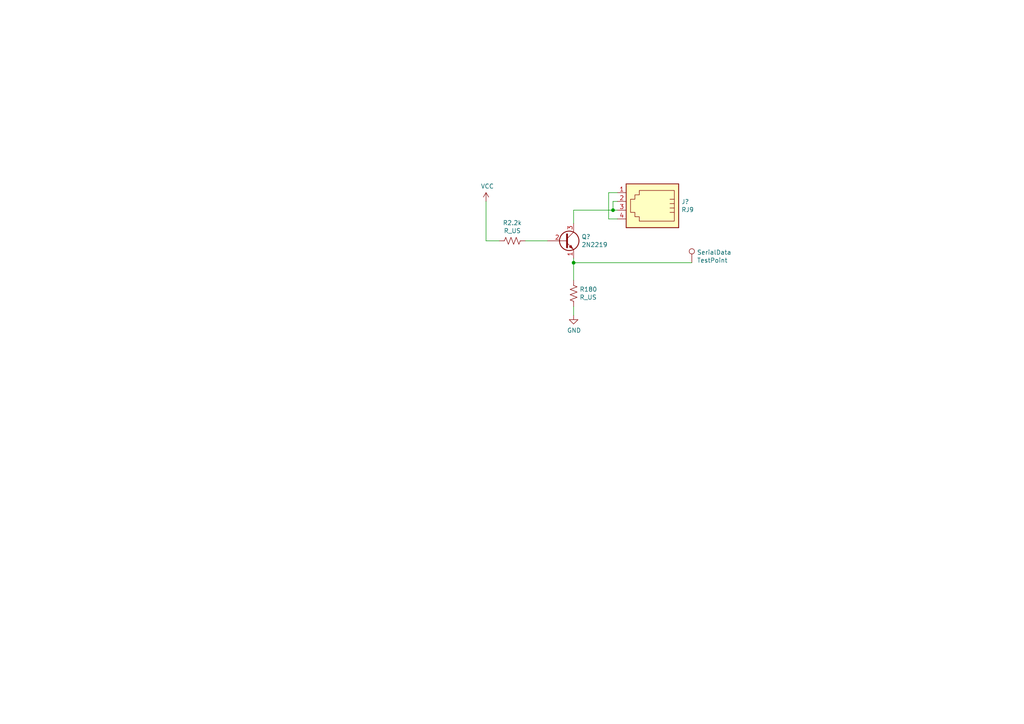
<source format=kicad_sch>
(kicad_sch (version 20230121) (generator eeschema)
  (paper "A4")
  (lib_symbols
    (symbol "Connector:RJ9" (pin_names (offset 1.016))
      (property "Reference" "J" (at -5.08 8.89 0))
      (property "Value" "RJ9" (at 2.54 8.89 0))
      (symbol "RJ9_0_1"
        (polyline (pts (xy -6.35 -0.635) (xy -5.08 -0.635) (xy -5.08 -0.635)))
        (polyline (pts (xy -6.35 0.635) (xy -5.08 0.635) (xy -5.08 0.635)))
        (polyline (pts (xy -6.35 1.905) (xy -5.08 1.905) (xy -5.08 1.905)))
        (polyline (pts (xy -6.35 3.175) (xy -5.08 3.175) (xy -5.08 3.175)))
        (polyline (pts (xy -6.35 -3.175) (xy -6.35 5.715) (xy -1.27 5.715) (xy 3.81 5.715) (xy 3.81 4.445) (xy 5.08 4.445) (xy 5.08 3.175) (xy 6.35 3.175) (xy 6.35 -0.635) (xy 5.08 -0.635) (xy 5.08 -1.905) (xy 3.81 -1.905) (xy 3.81 -3.175) (xy -6.35 -3.175) (xy -6.35 -3.175)))
        (rectangle (start 7.62 7.62) (end -7.62 -5.08) (stroke (width 0.254)) (fill (type background)))
      )
      (symbol "RJ9_1_1"
        (pin passive line (at 10.16 -2.54 180) (length 2.54) (name "~") (number "1"))
        (pin passive line (at 10.16 0 180) (length 2.54) (name "~") (number "2"))
        (pin passive line (at 10.16 2.54 180) (length 2.54) (name "~") (number "3"))
        (pin passive line (at 10.16 5.08 180) (length 2.54) (name "~") (number "4"))
      )
    )
    (symbol "Connector:TestPoint" (pin_numbers hide) (pin_names (offset 0.762) hide)
      (property "Reference" "TP" (at 0 6.858 0))
      (property "Value" "TestPoint" (at 0 5.08 0))
      (symbol "TestPoint_0_1"
        (circle (center 0 3.302) (radius 0.762))
      )
      (symbol "TestPoint_1_1"
        (pin passive line (at 0 0 90) (length 2.54) (name "1") (number "1"))
      )
    )
    (symbol "Device:R_US" (pin_numbers hide) (pin_names (offset 0))
      (property "Reference" "R" (at 2.54 0 90))
      (property "Value" "R_US" (at -2.54 0 90))
      (symbol "R_US_0_1"
        (polyline (pts (xy 0 -2.286) (xy 0 -2.54)))
        (polyline (pts (xy 0 2.286) (xy 0 2.54)))
        (polyline (pts (xy 0 -0.762) (xy 1.016 -1.143) (xy 0 -1.524) (xy -1.016 -1.905) (xy 0 -2.286)))
        (polyline (pts (xy 0 0.762) (xy 1.016 0.381) (xy 0 0) (xy -1.016 -0.381) (xy 0 -0.762)))
        (polyline (pts (xy 0 2.286) (xy 1.016 1.905) (xy 0 1.524) (xy -1.016 1.143) (xy 0 0.762)))
      )
      (symbol "R_US_1_1"
        (pin passive line (at 0 3.81 270) (length 1.27) (name "~") (number "1"))
        (pin passive line (at 0 -3.81 90) (length 1.27) (name "~") (number "2"))
      )
    )
    (symbol "Transistor_BJT:2N2219" (pin_names (offset 0) hide)
      (property "Reference" "Q" (at 5.08 1.905 0))
      (property "Value" "2N2219" (at 5.08 0 0))
      (symbol "2N2219_0_1"
        (polyline (pts (xy 0.635 0.635) (xy 2.54 2.54)))
        (polyline (pts (xy 0.635 -0.635) (xy 2.54 -2.54) (xy 2.54 -2.54)))
        (polyline (pts (xy 0.635 1.905) (xy 0.635 -1.905) (xy 0.635 -1.905)) (stroke (width 0.508)))
        (polyline (pts (xy 1.27 -1.778) (xy 1.778 -1.27) (xy 2.286 -2.286) (xy 1.27 -1.778) (xy 1.27 -1.778)) (fill (type outline)))
        (circle (center 1.27 0) (radius 2.8194) (stroke (width 0.254)))
      )
      (symbol "2N2219_1_1"
        (pin passive line (at 2.54 -5.08 90) (length 2.54) (name "E") (number "1"))
        (pin passive line (at -5.08 0 0) (length 5.715) (name "B") (number "2"))
        (pin passive line (at 2.54 5.08 270) (length 2.54) (name "C") (number "3"))
      )
    )
    (symbol "power:GND" (power) (pin_names (offset 0))
      (property "Value" "GND" (at 0 -3.81 0))
      (symbol "GND_0_1"
        (polyline (pts (xy 0 0) (xy 0 -1.27) (xy 1.27 -1.27) (xy 0 -2.54) (xy -1.27 -1.27) (xy 0 -1.27)))
      )
      (symbol "GND_1_1"
        (pin power_in line (at 0 0 270) (length 0) hide (name "GND") (number "1"))
      )
    )
    (symbol "power:VCC" (power) (pin_names (offset 0))
      (property "Value" "VCC" (at 0 3.81 0))
      (symbol "VCC_0_1"
        (polyline (pts (xy -0.762 1.27) (xy 0 2.54)))
        (polyline (pts (xy 0 0) (xy 0 2.54)))
        (polyline (pts (xy 0 2.54) (xy 0.762 1.27)))
      )
      (symbol "VCC_1_1"
        (pin power_in line (at 0 0 90) (length 0) hide (name "VCC") (number "1"))
      )
    )
  )
  (junction (at 177.8 60.96))
  (junction (at 166.37 76.2))
  (wire (pts (xy 176.53 63.5) (xy 179.07 63.5)))
  (wire (pts (xy 177.8 58.42) (xy 177.8 60.96)))
  (wire (pts (xy 166.37 76.2) (xy 166.37 81.28)))
  (wire (pts (xy 200.66 76.2) (xy 166.37 76.2)))
  (wire (pts (xy 158.75 69.85) (xy 152.4 69.85)))
  (wire (pts (xy 166.37 60.96) (xy 177.8 60.96)))
  (wire (pts (xy 179.07 55.88) (xy 176.53 55.88)))
  (wire (pts (xy 144.78 69.85) (xy 140.97 69.85)))
  (wire (pts (xy 140.97 69.85) (xy 140.97 58.42)))
  (wire (pts (xy 166.37 88.9) (xy 166.37 91.44)))
  (wire (pts (xy 166.37 64.77) (xy 166.37 60.96)))
  (wire (pts (xy 179.07 58.42) (xy 177.8 58.42)))
  (wire (pts (xy 176.53 55.88) (xy 176.53 63.5)))
  (wire (pts (xy 177.8 60.96) (xy 179.07 60.96)))
  (wire (pts (xy 166.37 74.93) (xy 166.37 76.2)))
  (symbol (lib_id "Connector:RJ9") (at 189.23 58.42 180) (unit 1)
    (property "Reference" "J?" (at 197.612 58.5216 0) (effects (justify right)))
    (property "Value" "RJ9" (at 197.612 60.833 0) (effects (justify right)))
  )
  (symbol (lib_id "Device:R_US") (at 148.59 69.85 90) (unit 1)
    (property "Reference" "R2.2k" (at 148.59 64.643 90))
    (property "Value" "R_US" (at 148.59 66.9544 90))
  )
  (symbol (lib_id "Device:R_US") (at 166.37 85.09 0) (unit 1)
    (property "Reference" "R180" (at 168.0972 83.9216 0) (effects (justify left)))
    (property "Value" "R_US" (at 168.0972 86.233 0) (effects (justify left)))
  )
  (symbol (lib_id "Transistor_BJT:2N2219") (at 163.83 69.85 0) (unit 1)
    (property "Reference" "Q?" (at 168.656 68.6816 0) (effects (justify left)))
    (property "Value" "2N2219" (at 168.656 70.993 0) (effects (justify left)))
    (property "Footprint" "Package_TO_SOT_THT:TO-39-3" (effects hide))
    (property "Datasheet" "http://www.onsemi.com/pub_link/Collateral/2N2219-D.PDF" (effects hide))
  )
  (symbol (lib_id "power:VCC") (at 140.97 58.42 0) (unit 1)
    (property "Reference" "#PWR?" (effects hide))
    (property "Value" "VCC" (at 141.351 54.0258 0))
  )
  (symbol (lib_id "Connector:TestPoint") (at 200.66 76.2 0) (unit 1)
    (property "Reference" "SerialData" (at 202.1332 73.2028 0) (effects (justify left)))
    (property "Value" "TestPoint" (at 202.1332 75.5142 0) (effects (justify left)))
  )
  (symbol (lib_id "power:GND") (at 166.37 91.44 0) (unit 1)
    (property "Reference" "#PWR?" (effects hide))
    (property "Value" "GND" (at 166.497 95.8342 0))
  )
)
</source>
